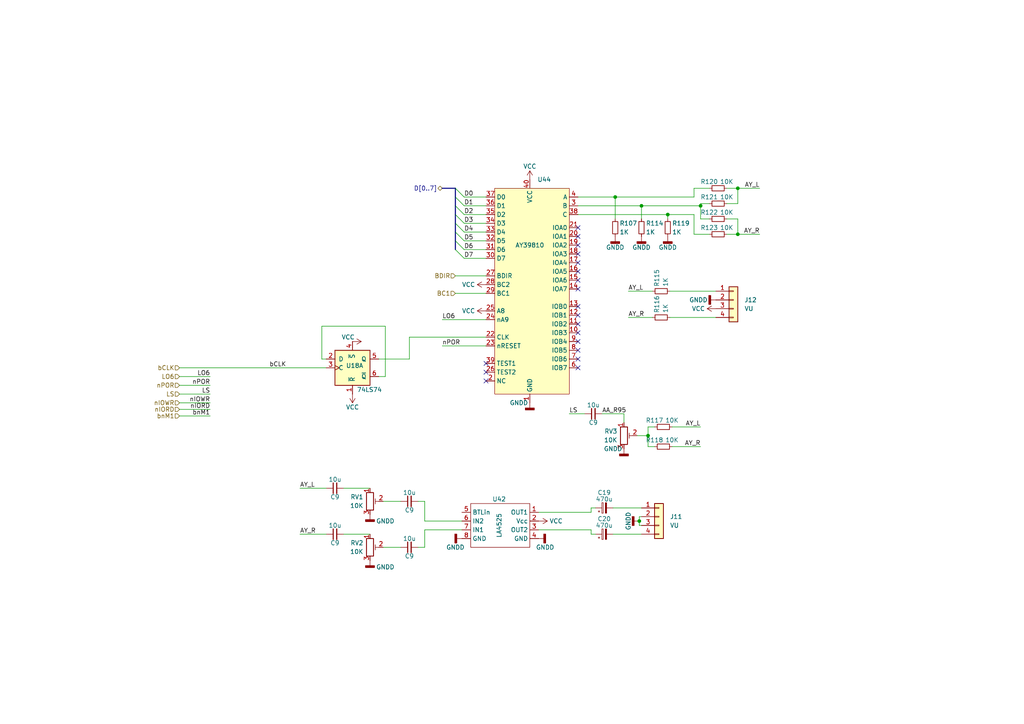
<source format=kicad_sch>
(kicad_sch (version 20230121) (generator eeschema)
  (paper "A4")
  (lib_symbols
    (symbol "74xx:74LS74" (pin_names (offset 1.016))
      (property "Reference" "U" (at -7.62 8.89 0))
      (property "Value" "74LS74" (at -7.62 -8.89 0))
      (symbol "74LS74_1_0"
        (pin input line (at 0 -7.62 90) (length 2.54) (name "~{R}") (number "1"))
        (pin input line (at -7.62 2.54 0) (length 2.54) (name "D") (number "2"))
        (pin input clock (at -7.62 0 0) (length 2.54) (name "C") (number "3"))
        (pin input line (at 0 7.62 270) (length 2.54) (name "~{S}") (number "4"))
        (pin output line (at 7.62 2.54 180) (length 2.54) (name "Q") (number "5"))
        (pin output line (at 7.62 -2.54 180) (length 2.54) (name "~{Q}") (number "6"))
      )
      (symbol "74LS74_1_1"
        (rectangle (start -5.08 5.08) (end 5.08 -5.08) (stroke (width 0.254)) (fill (type background)))
      )
      (symbol "74LS74_2_0"
        (pin input line (at 0 7.62 270) (length 2.54) (name "~{S}") (number "10"))
        (pin input clock (at -7.62 0 0) (length 2.54) (name "C") (number "11"))
        (pin input line (at -7.62 2.54 0) (length 2.54) (name "D") (number "12"))
        (pin input line (at 0 -7.62 90) (length 2.54) (name "~{R}") (number "13"))
        (pin output line (at 7.62 -2.54 180) (length 2.54) (name "~{Q}") (number "8"))
        (pin output line (at 7.62 2.54 180) (length 2.54) (name "Q") (number "9"))
      )
      (symbol "74LS74_2_1"
        (rectangle (start -5.08 5.08) (end 5.08 -5.08) (stroke (width 0.254)) (fill (type background)))
      )
      (symbol "74LS74_3_0"
        (pin power_in line (at 0 10.16 270) (length 2.54) (name "VCC") (number "14"))
        (pin power_in line (at 0 -10.16 90) (length 2.54) (name "GND") (number "7"))
      )
      (symbol "74LS74_3_1"
        (rectangle (start -5.08 7.62) (end 5.08 -7.62) (stroke (width 0.254)) (fill (type background)))
      )
    )
    (symbol "Connector_Generic:Conn_01x04" (pin_names (offset 1.016) hide)
      (property "Reference" "J" (at 0 5.08 0))
      (property "Value" "Conn_01x04" (at 0 -7.62 0))
      (symbol "Conn_01x04_1_1"
        (rectangle (start -1.27 -4.953) (end 0 -5.207) (stroke (width 0.1524)))
        (rectangle (start -1.27 -2.413) (end 0 -2.667) (stroke (width 0.1524)))
        (rectangle (start -1.27 0.127) (end 0 -0.127) (stroke (width 0.1524)))
        (rectangle (start -1.27 2.667) (end 0 2.413) (stroke (width 0.1524)))
        (rectangle (start -1.27 3.81) (end 1.27 -6.35) (stroke (width 0.254)) (fill (type background)))
        (pin passive line (at -5.08 2.54 0) (length 3.81) (name "Pin_1") (number "1"))
        (pin passive line (at -5.08 0 0) (length 3.81) (name "Pin_2") (number "2"))
        (pin passive line (at -5.08 -2.54 0) (length 3.81) (name "Pin_3") (number "3"))
        (pin passive line (at -5.08 -5.08 0) (length 3.81) (name "Pin_4") (number "4"))
      )
    )
    (symbol "Device:C_Polarized_Small" (pin_numbers hide) (pin_names (offset 0.254) hide)
      (property "Reference" "C" (at 0.254 1.778 0))
      (property "Value" "C_Polarized_Small" (at 0.254 -2.032 0))
      (symbol "C_Polarized_Small_0_1"
        (rectangle (start -1.524 -0.3048) (end 1.524 -0.6858) (fill (type outline)))
        (rectangle (start -1.524 0.6858) (end 1.524 0.3048))
        (polyline (pts (xy -1.27 1.524) (xy -0.762 1.524)))
        (polyline (pts (xy -1.016 1.27) (xy -1.016 1.778)))
      )
      (symbol "C_Polarized_Small_1_1"
        (pin passive line (at 0 2.54 270) (length 1.8542) (name "~") (number "1"))
        (pin passive line (at 0 -2.54 90) (length 1.8542) (name "~") (number "2"))
      )
    )
    (symbol "Device:C_Small" (pin_numbers hide) (pin_names (offset 0.254) hide)
      (property "Reference" "C" (at 0.254 1.778 0))
      (property "Value" "C_Small" (at 0.254 -2.032 0))
      (symbol "C_Small_0_1"
        (polyline (pts (xy -1.524 -0.508) (xy 1.524 -0.508)) (stroke (width 0.3302)))
        (polyline (pts (xy -1.524 0.508) (xy 1.524 0.508)) (stroke (width 0.3048)))
      )
      (symbol "C_Small_1_1"
        (pin passive line (at 0 2.54 270) (length 2.032) (name "~") (number "1"))
        (pin passive line (at 0 -2.54 90) (length 2.032) (name "~") (number "2"))
      )
    )
    (symbol "Device:R_Potentiometer_Trim" (pin_names (offset 1.016) hide)
      (property "Reference" "RV" (at -4.445 0 90))
      (property "Value" "R_Potentiometer_Trim" (at -2.54 0 90))
      (symbol "R_Potentiometer_Trim_0_1"
        (polyline (pts (xy 1.524 0.762) (xy 1.524 -0.762)))
        (polyline (pts (xy 2.54 0) (xy 1.524 0)))
        (rectangle (start 1.016 2.54) (end -1.016 -2.54) (stroke (width 0.254)))
      )
      (symbol "R_Potentiometer_Trim_1_1"
        (pin passive line (at 0 3.81 270) (length 1.27) (name "1") (number "1"))
        (pin passive line (at 3.81 0 180) (length 1.27) (name "2") (number "2"))
        (pin passive line (at 0 -3.81 90) (length 1.27) (name "3") (number "3"))
      )
    )
    (symbol "Device:R_Small" (pin_numbers hide) (pin_names (offset 0.254) hide)
      (property "Reference" "R" (at 0.762 0.508 0))
      (property "Value" "R_Small" (at 0.762 -1.016 0))
      (symbol "R_Small_0_1"
        (rectangle (start -0.762 1.778) (end 0.762 -1.778) (stroke (width 0.2032)))
      )
      (symbol "R_Small_1_1"
        (pin passive line (at 0 2.54 270) (length 0.762) (name "~") (number "1"))
        (pin passive line (at 0 -2.54 90) (length 0.762) (name "~") (number "2"))
      )
    )
    (symbol "cobra_original:AY-3-8910"
      (property "Reference" "U64" (at 2.1941 19.05 0))
      (property "Value" "AY39810" (at 0 0 0))
      (symbol "AY-3-8910_1_1"
        (rectangle (start -10.16 16.51) (end 11.43 -43.18) (fill (type background)))
        (pin power_in line (at 0 -45.72 90) (length 2.54) (name "GND") (number "1"))
        (pin bidirectional line (at 13.97 -25.4 180) (length 2.54) (name "IOB3") (number "10"))
        (pin bidirectional line (at 13.97 -22.86 180) (length 2.54) (name "IOB2") (number "11"))
        (pin bidirectional line (at 13.97 -20.32 180) (length 2.54) (name "IOB1") (number "12"))
        (pin bidirectional line (at 13.97 -17.78 180) (length 2.54) (name "IOB0") (number "13"))
        (pin bidirectional line (at 13.97 -12.7 180) (length 2.54) (name "IOA7") (number "14"))
        (pin bidirectional line (at 13.97 -10.16 180) (length 2.54) (name "IOA6") (number "15"))
        (pin bidirectional line (at 13.97 -7.62 180) (length 2.54) (name "IOA5") (number "16"))
        (pin bidirectional line (at 13.97 -5.08 180) (length 2.54) (name "IOA4") (number "17"))
        (pin bidirectional line (at 13.97 -2.54 180) (length 2.54) (name "IOA3") (number "18"))
        (pin bidirectional line (at 13.97 0 180) (length 2.54) (name "IOA2") (number "19"))
        (pin free line (at -12.7 -39.37 0) (length 2.54) (name "NC") (number "2"))
        (pin bidirectional line (at 13.97 2.54 180) (length 2.54) (name "IOA1") (number "20"))
        (pin bidirectional line (at 13.97 5.08 180) (length 2.54) (name "IOA0") (number "21"))
        (pin input line (at -12.7 -26.67 0) (length 2.54) (name "CLK") (number "22"))
        (pin input line (at -12.7 -29.21 0) (length 2.54) (name "nRESET") (number "23"))
        (pin input line (at -12.7 -21.59 0) (length 2.54) (name "nA9") (number "24"))
        (pin input line (at -12.7 -19.05 0) (length 2.54) (name "A8") (number "25"))
        (pin input line (at -12.7 -36.83 0) (length 2.54) (name "TEST2") (number "26"))
        (pin input line (at -12.7 -8.89 0) (length 2.54) (name "BDIR") (number "27"))
        (pin input line (at -12.7 -11.43 0) (length 2.54) (name "BC2") (number "28"))
        (pin input line (at -12.7 -13.97 0) (length 2.54) (name "BC1") (number "29"))
        (pin output line (at 13.97 11.43 180) (length 2.54) (name "B") (number "3"))
        (pin input line (at -12.7 -3.81 0) (length 2.54) (name "D7") (number "30"))
        (pin input line (at -12.7 -1.27 0) (length 2.54) (name "D6") (number "31"))
        (pin input line (at -12.7 1.27 0) (length 2.54) (name "D5") (number "32"))
        (pin input line (at -12.7 3.81 0) (length 2.54) (name "D4") (number "33"))
        (pin input line (at -12.7 6.35 0) (length 2.54) (name "D3") (number "34"))
        (pin input line (at -12.7 8.89 0) (length 2.54) (name "D2") (number "35"))
        (pin input line (at -12.7 11.43 0) (length 2.54) (name "D1") (number "36"))
        (pin input line (at -12.7 13.97 0) (length 2.54) (name "D0") (number "37"))
        (pin output line (at 13.97 8.89 180) (length 2.54) (name "C") (number "38"))
        (pin input line (at -12.7 -34.29 0) (length 2.54) (name "TEST1") (number "39"))
        (pin output line (at 13.97 13.97 180) (length 2.54) (name "A") (number "4"))
        (pin power_in line (at 0 19.05 270) (length 2.54) (name "VCC") (number "40"))
        (pin bidirectional line (at 13.97 -35.56 180) (length 2.54) (name "IOB7") (number "6"))
        (pin bidirectional line (at 13.97 -33.02 180) (length 2.54) (name "IOB6") (number "7"))
        (pin bidirectional line (at 13.97 -30.48 180) (length 2.54) (name "IOB5") (number "8"))
        (pin bidirectional line (at 13.97 -27.94 180) (length 2.54) (name "IOB4") (number "9"))
      )
    )
    (symbol "cobra_original:LA4525"
      (property "Reference" "U59" (at -0.3175 8.89 0))
      (property "Value" "LA4525" (at 0 0 90))
      (symbol "LA4525_0_1"
        (polyline (pts (xy -8.89 6.35) (xy -8.89 -6.35) (xy 8.255 -6.35) (xy 8.255 6.35) (xy -8.89 6.35)))
      )
      (symbol "LA4525_1_1"
        (pin output line (at -11.43 3.81 0) (length 2.54) (name "OUT1") (number "1"))
        (pin power_in line (at -11.43 1.27 0) (length 2.54) (name "Vcc") (number "2"))
        (pin output line (at -11.43 -1.27 0) (length 2.54) (name "OUT2") (number "3"))
        (pin power_in line (at -11.43 -3.81 0) (length 2.54) (name "GND") (number "4"))
        (pin input line (at 10.795 3.81 180) (length 2.54) (name "BTLin") (number "5"))
        (pin input line (at 10.795 1.27 180) (length 2.54) (name "IN2") (number "6"))
        (pin input line (at 10.795 -1.27 180) (length 2.54) (name "IN1") (number "7"))
        (pin power_in line (at 10.795 -3.81 180) (length 2.54) (name "GND") (number "8"))
      )
    )
    (symbol "power:GNDD" (power) (pin_names (offset 0))
      (property "Value" "GNDD" (at 0 -3.175 0))
      (symbol "GNDD_0_1"
        (rectangle (start -1.27 -1.524) (end 1.27 -2.032) (stroke (width 0.254)) (fill (type outline)))
        (polyline (pts (xy 0 0) (xy 0 -1.524)))
      )
      (symbol "GNDD_1_1"
        (pin power_in line (at 0 0 270) (length 0) hide (name "GNDD") (number "1"))
      )
    )
    (symbol "power:VCC" (power) (pin_names (offset 0))
      (property "Value" "VCC" (at 0 3.81 0))
      (symbol "VCC_0_1"
        (polyline (pts (xy -0.762 1.27) (xy 0 2.54)))
        (polyline (pts (xy 0 0) (xy 0 2.54)))
        (polyline (pts (xy 0 2.54) (xy 0.762 1.27)))
      )
      (symbol "VCC_1_1"
        (pin power_in line (at 0 0 90) (length 0) hide (name "VCC") (number "1"))
      )
    )
  )
  (junction (at 185.42 151.13))
  (junction (at 213.995 54.61))
  (junction (at 187.96 126.365))
  (junction (at 186.055 59.69))
  (junction (at 193.675 62.23))
  (junction (at 213.995 67.945))
  (junction (at 178.435 57.15))
  (junction (at 203.2 59.69))
  (no_connect (at 167.64 91.44))
  (no_connect (at 167.64 99.06))
  (no_connect (at 167.64 83.82))
  (no_connect (at 167.64 106.68))
  (no_connect (at 167.64 66.04))
  (no_connect (at 167.64 81.28))
  (no_connect (at 167.64 68.58))
  (no_connect (at 167.64 71.12))
  (no_connect (at 167.64 104.14))
  (no_connect (at 167.64 93.98))
  (no_connect (at 167.64 101.6))
  (no_connect (at 167.64 78.74))
  (no_connect (at 140.97 105.41))
  (no_connect (at 167.64 96.52))
  (no_connect (at 167.64 73.66))
  (no_connect (at 167.64 76.2))
  (no_connect (at 140.97 110.49))
  (no_connect (at 167.64 88.9))
  (no_connect (at 140.97 107.95))
  (bus_entry (at 132.08 57.15) (size 2.54 2.54))
  (bus_entry (at 132.08 59.69) (size 2.54 2.54))
  (bus_entry (at 132.08 54.61) (size 2.54 2.54))
  (bus_entry (at 132.08 67.31) (size 2.54 2.54))
  (bus_entry (at 132.08 69.85) (size 2.54 2.54))
  (bus_entry (at 132.08 62.23) (size 2.54 2.54))
  (bus_entry (at 132.08 64.77) (size 2.54 2.54))
  (bus_entry (at 132.08 72.39) (size 2.54 2.54))
  (wire (pts (xy 134.62 64.77) (xy 140.97 64.77)))
  (wire (pts (xy 52.07 109.22) (xy 60.96 109.22)))
  (wire (pts (xy 171.45 153.67) (xy 171.45 154.94)))
  (wire (pts (xy 186.055 59.69) (xy 186.055 63.5)))
  (wire (pts (xy 167.64 57.15) (xy 178.435 57.15)))
  (wire (pts (xy 185.42 152.4) (xy 186.055 152.4)))
  (wire (pts (xy 203.2 63.5) (xy 203.2 59.69)))
  (wire (pts (xy 123.19 151.13) (xy 133.985 151.13)))
  (bus (pts (xy 132.08 62.23) (xy 132.08 59.69)))
  (wire (pts (xy 194.945 123.825) (xy 203.2 123.825)))
  (wire (pts (xy 178.435 57.15) (xy 201.295 57.15)))
  (wire (pts (xy 201.295 67.945) (xy 205.74 67.945)))
  (wire (pts (xy 171.45 148.59) (xy 171.45 147.32)))
  (wire (pts (xy 121.285 145.415) (xy 123.19 145.415)))
  (wire (pts (xy 128.27 92.71) (xy 140.97 92.71)))
  (wire (pts (xy 201.295 62.23) (xy 201.295 67.945)))
  (wire (pts (xy 185.42 149.86) (xy 185.42 151.13)))
  (bus (pts (xy 132.08 57.15) (xy 132.08 54.61)))
  (wire (pts (xy 194.31 92.075) (xy 207.645 92.075)))
  (bus (pts (xy 128.27 54.61) (xy 132.08 54.61)))
  (wire (pts (xy 177.8 154.94) (xy 186.055 154.94)))
  (wire (pts (xy 156.21 148.59) (xy 171.45 148.59)))
  (wire (pts (xy 134.62 74.93) (xy 140.97 74.93)))
  (wire (pts (xy 134.62 72.39) (xy 140.97 72.39)))
  (wire (pts (xy 134.62 59.69) (xy 140.97 59.69)))
  (wire (pts (xy 52.07 114.3) (xy 60.96 114.3)))
  (wire (pts (xy 174.625 120.015) (xy 180.975 120.015)))
  (wire (pts (xy 132.08 85.09) (xy 140.97 85.09)))
  (wire (pts (xy 177.8 147.32) (xy 186.055 147.32)))
  (wire (pts (xy 52.07 120.65) (xy 60.96 120.65)))
  (wire (pts (xy 180.975 122.555) (xy 180.975 120.015)))
  (wire (pts (xy 111.125 158.75) (xy 116.205 158.75)))
  (wire (pts (xy 123.19 153.67) (xy 123.19 158.75)))
  (wire (pts (xy 123.19 158.75) (xy 121.285 158.75)))
  (wire (pts (xy 52.07 111.76) (xy 60.96 111.76)))
  (wire (pts (xy 156.21 153.67) (xy 171.45 153.67)))
  (wire (pts (xy 167.64 59.69) (xy 186.055 59.69)))
  (wire (pts (xy 128.27 100.33) (xy 140.97 100.33)))
  (wire (pts (xy 187.96 126.365) (xy 187.96 123.825)))
  (wire (pts (xy 99.695 141.605) (xy 107.315 141.605)))
  (wire (pts (xy 111.76 94.615) (xy 93.345 94.615)))
  (wire (pts (xy 184.785 126.365) (xy 187.96 126.365)))
  (wire (pts (xy 203.2 59.055) (xy 203.2 59.69)))
  (wire (pts (xy 186.055 59.69) (xy 203.2 59.69)))
  (bus (pts (xy 132.08 59.69) (xy 132.08 57.15)))
  (wire (pts (xy 213.995 67.945) (xy 220.345 67.945)))
  (bus (pts (xy 132.08 72.39) (xy 132.08 69.85)))
  (wire (pts (xy 171.45 154.94) (xy 172.72 154.94)))
  (wire (pts (xy 185.42 151.13) (xy 185.42 152.4)))
  (wire (pts (xy 189.865 129.54) (xy 187.96 129.54)))
  (wire (pts (xy 118.745 97.79) (xy 140.97 97.79)))
  (wire (pts (xy 52.07 116.84) (xy 60.96 116.84)))
  (bus (pts (xy 132.08 69.85) (xy 132.08 67.31)))
  (wire (pts (xy 52.07 106.68) (xy 94.615 106.68)))
  (wire (pts (xy 109.855 104.14) (xy 118.745 104.14)))
  (wire (pts (xy 213.995 59.055) (xy 213.995 54.61)))
  (wire (pts (xy 201.295 54.61) (xy 205.74 54.61)))
  (wire (pts (xy 111.76 94.615) (xy 111.76 109.22)))
  (wire (pts (xy 123.19 145.415) (xy 123.19 151.13)))
  (wire (pts (xy 93.345 104.14) (xy 94.615 104.14)))
  (wire (pts (xy 205.74 59.055) (xy 203.2 59.055)))
  (wire (pts (xy 187.96 129.54) (xy 187.96 126.365)))
  (wire (pts (xy 186.055 149.86) (xy 185.42 149.86)))
  (wire (pts (xy 134.62 62.23) (xy 140.97 62.23)))
  (wire (pts (xy 134.62 57.15) (xy 140.97 57.15)))
  (wire (pts (xy 201.295 57.15) (xy 201.295 54.61)))
  (wire (pts (xy 213.995 54.61) (xy 210.82 54.61)))
  (wire (pts (xy 134.62 67.31) (xy 140.97 67.31)))
  (wire (pts (xy 167.64 62.23) (xy 193.675 62.23)))
  (wire (pts (xy 210.82 59.055) (xy 213.995 59.055)))
  (wire (pts (xy 182.245 92.075) (xy 189.23 92.075)))
  (wire (pts (xy 193.675 62.23) (xy 201.295 62.23)))
  (wire (pts (xy 171.45 147.32) (xy 172.72 147.32)))
  (wire (pts (xy 165.1 120.015) (xy 169.545 120.015)))
  (wire (pts (xy 133.985 153.67) (xy 123.19 153.67)))
  (wire (pts (xy 205.74 63.5) (xy 203.2 63.5)))
  (wire (pts (xy 187.96 123.825) (xy 189.865 123.825)))
  (wire (pts (xy 118.745 104.14) (xy 118.745 97.79)))
  (wire (pts (xy 178.435 57.15) (xy 178.435 63.5)))
  (wire (pts (xy 182.245 84.455) (xy 189.23 84.455)))
  (wire (pts (xy 194.31 84.455) (xy 207.645 84.455)))
  (wire (pts (xy 93.345 94.615) (xy 93.345 104.14)))
  (wire (pts (xy 52.07 118.745) (xy 60.96 118.745)))
  (wire (pts (xy 111.125 145.415) (xy 116.205 145.415)))
  (wire (pts (xy 193.675 62.23) (xy 193.675 63.5)))
  (wire (pts (xy 213.995 54.61) (xy 220.345 54.61)))
  (wire (pts (xy 134.62 69.85) (xy 140.97 69.85)))
  (wire (pts (xy 86.995 154.94) (xy 94.615 154.94)))
  (wire (pts (xy 99.695 154.94) (xy 107.315 154.94)))
  (bus (pts (xy 132.08 67.31) (xy 132.08 64.77)))
  (wire (pts (xy 111.76 109.22) (xy 109.855 109.22)))
  (wire (pts (xy 194.945 129.54) (xy 203.2 129.54)))
  (wire (pts (xy 132.08 80.01) (xy 140.97 80.01)))
  (bus (pts (xy 132.08 64.77) (xy 132.08 62.23)))
  (wire (pts (xy 210.82 67.945) (xy 213.995 67.945)))
  (wire (pts (xy 210.82 63.5) (xy 213.995 63.5)))
  (wire (pts (xy 213.995 63.5) (xy 213.995 67.945)))
  (wire (pts (xy 86.995 141.605) (xy 94.615 141.605)))
  (label "bnM1" (at 60.96 120.65 180))
  (label "D7" (at 134.62 74.93 0))
  (label "LS" (at 165.1 120.015 0))
  (label "AY_L" (at 86.995 141.605 0))
  (label "nPOR" (at 128.27 100.33 0))
  (label "LO6" (at 128.27 92.71 0))
  (label "bCLK" (at 78.105 106.68 0))
  (label "D3" (at 134.62 64.77 0))
  (label "LS" (at 60.96 114.3 180))
  (label "D5" (at 134.62 69.85 0))
  (label "nIORD" (at 60.96 118.745 180))
  (label "AY_L" (at 182.245 84.455 0))
  (label "AY_R" (at 220.345 67.945 180))
  (label "D0" (at 134.62 57.15 0))
  (label "AY_R" (at 203.2 129.54 180))
  (label "AY_L" (at 220.345 54.61 180))
  (label "nIOWR" (at 60.96 116.84 180))
  (label "D1" (at 134.62 59.69 0))
  (label "LO6" (at 60.96 109.22 180))
  (label "D4" (at 134.62 67.31 0))
  (label "nPOR" (at 60.96 111.76 180))
  (label "D2" (at 134.62 62.23 0))
  (label "AY_R" (at 86.995 154.94 0))
  (label "AA_R95" (at 174.625 120.015 0))
  (label "AY_L" (at 203.2 123.825 180))
  (label "D6" (at 134.62 72.39 0))
  (label "AY_R" (at 182.245 92.075 0))
  (hierarchical_label "LO6" (shape input) (at 52.07 109.22 180))
  (hierarchical_label "LS" (shape input) (at 52.07 114.3 180))
  (hierarchical_label "BDIR" (shape input) (at 132.08 80.01 180))
  (hierarchical_label "bnM1" (shape input) (at 52.07 120.65 180))
  (hierarchical_label "BC1" (shape input) (at 132.08 85.09 180))
  (hierarchical_label "nPOR" (shape input) (at 52.07 111.76 180))
  (hierarchical_label "D[0..7]" (shape bidirectional) (at 128.27 54.61 180))
  (hierarchical_label "bCLK" (shape input) (at 52.07 106.68 180))
  (hierarchical_label "nIORD" (shape input) (at 52.07 118.745 180))
  (hierarchical_label "nIOWR" (shape input) (at 52.07 116.84 180))
  (symbol (lib_id "Device:R_Small") (at 191.77 84.455 270) (unit 1)
    (property "Reference" "R115" (at 190.5 83.185 0) (effects (justify right)))
    (property "Value" "1K" (at 193.04 83.185 0) (effects (justify right)))
    (property "Footprint" "Cobra_original:R_Axial_DIN0204_L3.6mm_D1.6mm_P5.08mm_Horizontal" (effects hide))
  )
  (symbol (lib_id "power:VCC") (at 140.97 90.17 90) (unit 1)
    (property "Reference" "#PWR0119" (effects hide))
    (property "Value" "VCC" (at 135.89 90.17 90))
    (instances (project "main" (path "" (reference "#PWR0119") (unit 1)) (path "" (reference "#PWR04") (unit 1)) (path "" (reference "#PWR098") (unit 1))))
  )
  (symbol (lib_id "Device:R_Small") (at 193.675 66.04 180) (unit 1)
    (property "Reference" "R119" (at 194.945 64.77 0) (effects (justify right)))
    (property "Value" "1K" (at 194.945 67.31 0) (effects (justify right)))
    (property "Footprint" "Cobra_original:R_Axial_DIN0204_L3.6mm_D1.6mm_P5.08mm_Horizontal" (effects hide))
  )
  (symbol (lib_id "cobra_original:AY-3-8910") (at 153.67 71.12 0) (unit 1)
    (property "Reference" "U44" (at 155.8641 52.07 0) (effects (justify left)))
    (property "Value" "AY39810" (at 153.67 71.12 0))
    (property "Footprint" "Package_DIP:DIP-40_W15.24mm" (effects hide))
  )
  (symbol (lib_id "power:VCC") (at 102.235 114.3 180) (unit 1)
    (property "Reference" "#PWR0119" (effects hide))
    (property "Value" "VCC" (at 102.235 118.11 0))
    (instances (project "main" (path "" (reference "#PWR0119") (unit 1)) (path "" (reference "#PWR04") (unit 1)) (path "" (reference "#PWR037") (unit 1))))
  )
  (symbol (lib_id "Device:R_Small") (at 192.405 123.825 270) (unit 1)
    (property "Reference" "R117" (at 192.405 121.92 90) (effects (justify right)))
    (property "Value" "10K" (at 196.85 121.92 90) (effects (justify right)))
    (property "Footprint" "Cobra_original:R_Axial_DIN0204_L3.6mm_D1.6mm_P5.08mm_Horizontal" (effects hide))
  )
  (symbol (lib_id "Device:C_Small") (at 97.155 141.605 90) (unit 1)
    (property "Reference" "C9" (at 97.155 144.145 90))
    (property "Value" "10u" (at 99.06 139.065 90) (effects (justify left)))
    (property "Footprint" "Cobra_original:C_THT_508_254" (effects hide))
    (instances (project "main" (path "" (reference "C9") (unit 1)) (path "" (reference "C5") (unit 1))))
  )
  (symbol (lib_id "Device:R_Small") (at 208.28 63.5 270) (unit 1)
    (property "Reference" "R122" (at 208.28 61.595 90) (effects (justify right)))
    (property "Value" "10K" (at 212.725 61.595 90) (effects (justify right)))
    (property "Footprint" "Cobra_original:R_Axial_DIN0204_L3.6mm_D1.6mm_P5.08mm_Horizontal" (effects hide))
  )
  (symbol (lib_id "Device:R_Small") (at 208.28 67.945 270) (unit 1)
    (property "Reference" "R123" (at 208.28 66.04 90) (effects (justify right)))
    (property "Value" "10K" (at 212.725 66.04 90) (effects (justify right)))
    (property "Footprint" "Cobra_original:R_Axial_DIN0204_L3.6mm_D1.6mm_P5.08mm_Horizontal" (effects hide))
  )
  (symbol (lib_id "Device:R_Potentiometer_Trim") (at 180.975 126.365 0) (unit 1)
    (property "Reference" "RV3" (at 179.07 125.095 0) (effects (justify right)))
    (property "Value" "10K" (at 179.07 127.635 0) (effects (justify right)))
    (property "Footprint" "multiturn:TRIM_3296W-1-250" (effects hide))
  )
  (symbol (lib_id "Device:C_Small") (at 172.085 120.015 90) (unit 1)
    (property "Reference" "C9" (at 172.085 122.555 90))
    (property "Value" "10u" (at 173.99 117.475 90) (effects (justify left)))
    (property "Footprint" "Cobra_original:C_THT_508_254" (effects hide))
    (instances (project "main" (path "" (reference "C9") (unit 1)) (path "" (reference "C32") (unit 1))))
  )
  (symbol (lib_id "power:VCC") (at 207.645 89.535 90) (unit 1)
    (property "Reference" "#PWR0119" (effects hide))
    (property "Value" "VCC" (at 202.565 89.535 90))
    (instances (project "main" (path "" (reference "#PWR0119") (unit 1)) (path "" (reference "#PWR04") (unit 1)) (path "" (reference "#PWR0145") (unit 1))))
  )
  (symbol (lib_id "power:GNDD") (at 186.055 68.58 0) (unit 1)
    (property "Reference" "#PWR0152" (effects hide))
    (property "Value" "GNDD" (at 186.055 71.755 0))
    (instances (project "main" (path "" (reference "#PWR0152") (unit 1)) (path "" (reference "#PWR0142") (unit 1))))
  )
  (symbol (lib_id "power:GNDD") (at 133.985 156.21 270) (unit 1)
    (property "Reference" "#PWR0152" (effects hide))
    (property "Value" "GNDD" (at 132.08 158.75 90))
    (instances (project "main" (path "" (reference "#PWR0152") (unit 1)) (path "" (reference "#PWR088") (unit 1))))
  )
  (symbol (lib_id "Device:C_Polarized_Small") (at 175.26 147.32 90) (unit 1)
    (property "Reference" "C19" (at 175.26 142.875 90))
    (property "Value" "470u" (at 175.26 144.78 90))
    (property "Footprint" "Capacitor_THT:CP_Radial_D6.3mm_P2.50mm" (effects hide))
  )
  (symbol (lib_id "cobra_original:LA4525") (at 144.78 152.4 0) (mirror y) (unit 1)
    (property "Reference" "U42" (at 144.78 144.78 0))
    (property "Value" "LA4525" (at 144.78 152.4 90))
    (property "Footprint" "Cobra_original:DIP-8_W7.62mm" (effects hide))
  )
  (symbol (lib_id "power:VCC") (at 153.67 52.07 0) (unit 1)
    (property "Reference" "#PWR0119" (effects hide))
    (property "Value" "VCC" (at 153.67 48.26 0))
    (instances (project "main" (path "" (reference "#PWR0119") (unit 1)) (path "" (reference "#PWR04") (unit 1)) (path "" (reference "#PWR0114") (unit 1))))
  )
  (symbol (lib_id "74xx:74LS74") (at 102.235 106.68 0) (unit 1)
    (property "Reference" "U18" (at 100.33 106.045 0) (effects (justify left)))
    (property "Value" "74LS74" (at 103.505 113.03 0) (effects (justify left)))
    (property "Footprint" "Cobra_original:DIP-14_W7.62mm" (effects hide))
    (property "Datasheet" "74xx/74hc_hct74.pdf" (effects hide))
  )
  (symbol (lib_id "power:GNDD") (at 107.315 149.225 0) (unit 1)
    (property "Reference" "#PWR0152" (effects hide))
    (property "Value" "GNDD" (at 111.76 151.13 0))
    (instances (project "main" (path "" (reference "#PWR0152") (unit 1)) (path "" (reference "#PWR038") (unit 1))))
  )
  (symbol (lib_id "Device:C_Polarized_Small") (at 175.26 154.94 90) (unit 1)
    (property "Reference" "C20" (at 175.26 150.495 90))
    (property "Value" "470u" (at 175.26 152.4 90))
    (property "Footprint" "Capacitor_THT:CP_Radial_D6.3mm_P2.50mm" (effects hide))
  )
  (symbol (lib_id "Connector_Generic:Conn_01x04") (at 191.135 149.86 0) (unit 1)
    (property "Reference" "J11" (at 194.31 149.86 0) (effects (justify left)))
    (property "Value" "VU" (at 194.31 152.4 0) (effects (justify left)))
    (property "Footprint" "Connector_JST:JST_EH_B4B-EH-A_1x04_P2.50mm_Vertical" (effects hide))
  )
  (symbol (lib_id "power:GNDD") (at 153.67 116.84 0) (unit 1)
    (property "Reference" "#PWR0152" (effects hide))
    (property "Value" "GNDD" (at 150.495 116.84 0))
    (instances (project "main" (path "" (reference "#PWR0152") (unit 1)) (path "" (reference "#PWR0118") (unit 1))))
  )
  (symbol (lib_id "Device:R_Small") (at 208.28 54.61 270) (unit 1)
    (property "Reference" "R120" (at 208.28 52.705 90) (effects (justify right)))
    (property "Value" "10K" (at 212.725 52.705 90) (effects (justify right)))
    (property "Footprint" "Cobra_original:R_Axial_DIN0204_L3.6mm_D1.6mm_P5.08mm_Horizontal" (effects hide))
  )
  (symbol (lib_id "Device:R_Small") (at 208.28 59.055 270) (unit 1)
    (property "Reference" "R121" (at 208.28 57.15 90) (effects (justify right)))
    (property "Value" "10K" (at 212.725 57.15 90) (effects (justify right)))
    (property "Footprint" "Cobra_original:R_Axial_DIN0204_L3.6mm_D1.6mm_P5.08mm_Horizontal" (effects hide))
  )
  (symbol (lib_id "Connector_Generic:Conn_01x04") (at 212.725 86.995 0) (unit 1)
    (property "Reference" "J12" (at 215.9 86.995 0) (effects (justify left)))
    (property "Value" "VU" (at 215.9 89.535 0) (effects (justify left)))
    (property "Footprint" "Connector_JST:JST_EH_B4B-EH-A_1x04_P2.50mm_Vertical" (effects hide))
  )
  (symbol (lib_id "power:VCC") (at 156.21 151.13 270) (mirror x) (unit 1)
    (property "Reference" "#PWR0119" (effects hide))
    (property "Value" "VCC" (at 161.29 151.13 90))
    (instances (project "main" (path "" (reference "#PWR0119") (unit 1)) (path "" (reference "#PWR04") (unit 1)) (path "" (reference "#PWR0123") (unit 1))))
  )
  (symbol (lib_id "Device:C_Small") (at 118.745 145.415 90) (unit 1)
    (property "Reference" "C9" (at 118.745 147.955 90))
    (property "Value" "10u" (at 120.65 142.875 90) (effects (justify left)))
    (property "Footprint" "Cobra_original:C_THT_508_254" (effects hide))
    (instances (project "main" (path "" (reference "C9") (unit 1)) (path "" (reference "C16") (unit 1))))
  )
  (symbol (lib_id "power:GNDD") (at 178.435 68.58 0) (unit 1)
    (property "Reference" "#PWR0152" (effects hide))
    (property "Value" "GNDD" (at 178.435 71.755 0))
    (instances (project "main" (path "" (reference "#PWR0152") (unit 1)) (path "" (reference "#PWR0139") (unit 1))))
  )
  (symbol (lib_id "Device:C_Small") (at 97.155 154.94 90) (unit 1)
    (property "Reference" "C9" (at 97.155 157.48 90))
    (property "Value" "10u" (at 99.06 152.4 90) (effects (justify left)))
    (property "Footprint" "Cobra_original:C_THT_508_254" (effects hide))
    (instances (project "main" (path "" (reference "C9") (unit 1)) (path "" (reference "C7") (unit 1))))
  )
  (symbol (lib_id "power:GNDD") (at 185.42 151.13 270) (unit 1)
    (property "Reference" "#PWR0152" (effects hide))
    (property "Value" "GNDD" (at 182.245 151.13 0))
    (instances (project "main" (path "" (reference "#PWR0152") (unit 1)) (path "" (reference "#PWR0141") (unit 1))))
  )
  (symbol (lib_id "power:VCC") (at 140.97 82.55 90) (unit 1)
    (property "Reference" "#PWR0119" (effects hide))
    (property "Value" "VCC" (at 135.89 82.55 90))
    (instances (project "main" (path "" (reference "#PWR0119") (unit 1)) (path "" (reference "#PWR04") (unit 1)) (path "" (reference "#PWR097") (unit 1))))
  )
  (symbol (lib_id "power:GNDD") (at 193.675 68.58 0) (unit 1)
    (property "Reference" "#PWR0152" (effects hide))
    (property "Value" "GNDD" (at 193.675 71.755 0))
    (instances (project "main" (path "" (reference "#PWR0152") (unit 1)) (path "" (reference "#PWR0143") (unit 1))))
  )
  (symbol (lib_id "power:GNDD") (at 156.21 156.21 90) (mirror x) (unit 1)
    (property "Reference" "#PWR0152" (effects hide))
    (property "Value" "GNDD" (at 158.115 158.75 90))
    (instances (project "main" (path "" (reference "#PWR0152") (unit 1)) (path "" (reference "#PWR0132") (unit 1))))
  )
  (symbol (lib_id "Device:R_Small") (at 192.405 129.54 270) (unit 1)
    (property "Reference" "R118" (at 192.405 127.635 90) (effects (justify right)))
    (property "Value" "10K" (at 196.85 127.635 90) (effects (justify right)))
    (property "Footprint" "Cobra_original:R_Axial_DIN0204_L3.6mm_D1.6mm_P5.08mm_Horizontal" (effects hide))
  )
  (symbol (lib_id "power:GNDD") (at 180.975 130.175 0) (unit 1)
    (property "Reference" "#PWR0152" (effects hide))
    (property "Value" "GNDD" (at 177.8 130.175 0))
    (instances (project "main" (path "" (reference "#PWR0152") (unit 1)) (path "" (reference "#PWR0140") (unit 1))))
  )
  (symbol (lib_id "Device:R_Potentiometer_Trim") (at 107.315 145.415 0) (unit 1)
    (property "Reference" "RV1" (at 105.41 144.145 0) (effects (justify right)))
    (property "Value" "10K" (at 105.41 146.685 0) (effects (justify right)))
    (property "Footprint" "multiturn:TRIM_3296W-1-250" (effects hide))
  )
  (symbol (lib_id "Device:R_Potentiometer_Trim") (at 107.315 158.75 0) (unit 1)
    (property "Reference" "RV2" (at 105.41 157.48 0) (effects (justify right)))
    (property "Value" "10K" (at 105.41 160.02 0) (effects (justify right)))
    (property "Footprint" "multiturn:TRIM_3296W-1-250" (effects hide))
  )
  (symbol (lib_id "power:GNDD") (at 107.315 162.56 0) (unit 1)
    (property "Reference" "#PWR0152" (effects hide))
    (property "Value" "GNDD" (at 111.76 164.465 0))
    (instances (project "main" (path "" (reference "#PWR0152") (unit 1)) (path "" (reference "#PWR083") (unit 1))))
  )
  (symbol (lib_id "Device:C_Small") (at 118.745 158.75 90) (unit 1)
    (property "Reference" "C9" (at 118.745 161.29 90))
    (property "Value" "10u" (at 120.65 156.21 90) (effects (justify left)))
    (property "Footprint" "Cobra_original:C_THT_508_254" (effects hide))
    (instances (project "main" (path "" (reference "C9") (unit 1)) (path "" (reference "C17") (unit 1))))
  )
  (symbol (lib_id "Device:R_Small") (at 178.435 66.04 180) (unit 1)
    (property "Reference" "R107" (at 179.705 64.77 0) (effects (justify right)))
    (property "Value" "1K" (at 179.705 67.31 0) (effects (justify right)))
    (property "Footprint" "Cobra_original:R_Axial_DIN0204_L3.6mm_D1.6mm_P5.08mm_Horizontal" (effects hide))
  )
  (symbol (lib_id "power:VCC") (at 102.235 99.06 270) (unit 1)
    (property "Reference" "#PWR0119" (effects hide))
    (property "Value" "VCC" (at 100.965 97.79 90))
    (instances (project "main" (path "" (reference "#PWR0119") (unit 1)) (path "" (reference "#PWR04") (unit 1)) (path "" (reference "#PWR036") (unit 1))))
  )
  (symbol (lib_id "Device:R_Small") (at 191.77 92.075 270) (unit 1)
    (property "Reference" "R116" (at 190.5 90.805 0) (effects (justify right)))
    (property "Value" "1K" (at 193.04 90.805 0) (effects (justify right)))
    (property "Footprint" "Cobra_original:R_Axial_DIN0204_L3.6mm_D1.6mm_P5.08mm_Horizontal" (effects hide))
  )
  (symbol (lib_id "Device:R_Small") (at 186.055 66.04 180) (unit 1)
    (property "Reference" "R114" (at 187.325 64.77 0) (effects (justify right)))
    (property "Value" "1K" (at 187.325 67.31 0) (effects (justify right)))
    (property "Footprint" "Cobra_original:R_Axial_DIN0204_L3.6mm_D1.6mm_P5.08mm_Horizontal" (effects hide))
  )
  (symbol (lib_id "power:GNDD") (at 207.645 86.995 270) (unit 1)
    (property "Reference" "#PWR0152" (effects hide))
    (property "Value" "GNDD" (at 202.565 86.995 90))
    (instances (project "main" (path "" (reference "#PWR0152") (unit 1)) (path "" (reference "#PWR0144") (unit 1))))
  )
)
</source>
